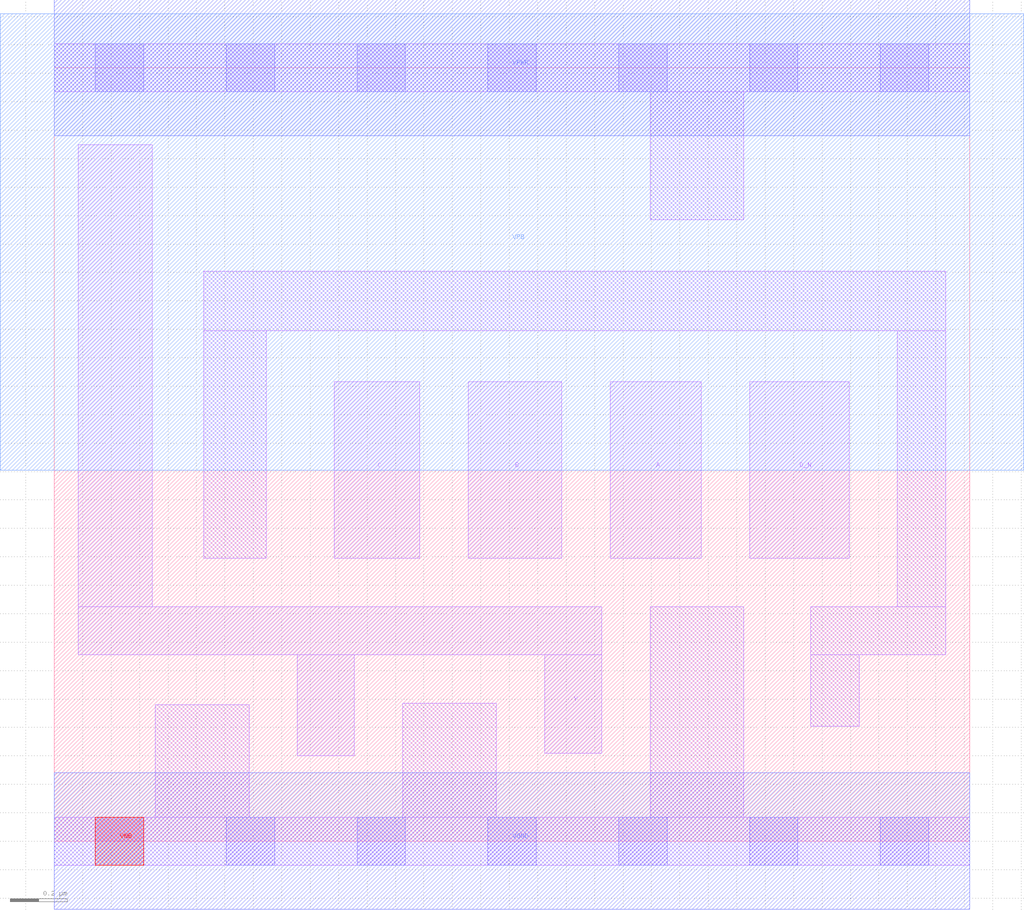
<source format=lef>
# Copyright 2020 The SkyWater PDK Authors
#
# Licensed under the Apache License, Version 2.0 (the "License");
# you may not use this file except in compliance with the License.
# You may obtain a copy of the License at
#
#     https://www.apache.org/licenses/LICENSE-2.0
#
# Unless required by applicable law or agreed to in writing, software
# distributed under the License is distributed on an "AS IS" BASIS,
# WITHOUT WARRANTIES OR CONDITIONS OF ANY KIND, either express or implied.
# See the License for the specific language governing permissions and
# limitations under the License.
#
# SPDX-License-Identifier: Apache-2.0

VERSION 5.7 ;
  NOWIREEXTENSIONATPIN ON ;
  DIVIDERCHAR "/" ;
  BUSBITCHARS "[]" ;
MACRO sky130_fd_sc_hd__nor4b_1
  CLASS CORE ;
  FOREIGN sky130_fd_sc_hd__nor4b_1 ;
  ORIGIN  0.000000  0.000000 ;
  SIZE  3.220000 BY  2.720000 ;
  SYMMETRY X Y R90 ;
  SITE unithd ;
  PIN A
    ANTENNAGATEAREA  0.247500 ;
    DIRECTION INPUT ;
    USE SIGNAL ;
    PORT
      LAYER li1 ;
        RECT 1.955000 0.995000 2.275000 1.615000 ;
    END
  END A
  PIN B
    ANTENNAGATEAREA  0.247500 ;
    DIRECTION INPUT ;
    USE SIGNAL ;
    PORT
      LAYER li1 ;
        RECT 1.455000 0.995000 1.785000 1.615000 ;
    END
  END B
  PIN C
    ANTENNAGATEAREA  0.247500 ;
    DIRECTION INPUT ;
    USE SIGNAL ;
    PORT
      LAYER li1 ;
        RECT 0.985000 0.995000 1.285000 1.615000 ;
    END
  END C
  PIN D_N
    ANTENNAGATEAREA  0.126000 ;
    DIRECTION INPUT ;
    USE SIGNAL ;
    PORT
      LAYER li1 ;
        RECT 2.445000 0.995000 2.795000 1.615000 ;
    END
  END D_N
  PIN VNB
    PORT
      LAYER pwell ;
        RECT 0.145000 -0.085000 0.315000 0.085000 ;
    END
  END VNB
  PIN VPB
    PORT
      LAYER nwell ;
        RECT -0.190000 1.305000 3.410000 2.910000 ;
    END
  END VPB
  PIN Y
    ANTENNADIFFAREA  0.871000 ;
    DIRECTION OUTPUT ;
    USE SIGNAL ;
    PORT
      LAYER li1 ;
        RECT 0.085000 0.655000 1.925000 0.825000 ;
        RECT 0.085000 0.825000 0.345000 2.450000 ;
        RECT 0.855000 0.300000 1.055000 0.655000 ;
        RECT 1.725000 0.310000 1.925000 0.655000 ;
    END
  END Y
  PIN VGND
    DIRECTION INOUT ;
    SHAPE ABUTMENT ;
    USE GROUND ;
    PORT
      LAYER met1 ;
        RECT 0.000000 -0.240000 3.220000 0.240000 ;
    END
  END VGND
  PIN VPWR
    DIRECTION INOUT ;
    SHAPE ABUTMENT ;
    USE POWER ;
    PORT
      LAYER met1 ;
        RECT 0.000000 2.480000 3.220000 2.960000 ;
    END
  END VPWR
  OBS
    LAYER li1 ;
      RECT 0.000000 -0.085000 3.220000 0.085000 ;
      RECT 0.000000  2.635000 3.220000 2.805000 ;
      RECT 0.355000  0.085000 0.685000 0.480000 ;
      RECT 0.525000  0.995000 0.745000 1.795000 ;
      RECT 0.525000  1.795000 3.135000 2.005000 ;
      RECT 1.225000  0.085000 1.555000 0.485000 ;
      RECT 2.095000  0.085000 2.425000 0.825000 ;
      RECT 2.095000  2.185000 2.425000 2.635000 ;
      RECT 2.660000  0.405000 2.830000 0.655000 ;
      RECT 2.660000  0.655000 3.135000 0.825000 ;
      RECT 2.965000  0.825000 3.135000 1.795000 ;
    LAYER mcon ;
      RECT 0.145000 -0.085000 0.315000 0.085000 ;
      RECT 0.145000  2.635000 0.315000 2.805000 ;
      RECT 0.605000 -0.085000 0.775000 0.085000 ;
      RECT 0.605000  2.635000 0.775000 2.805000 ;
      RECT 1.065000 -0.085000 1.235000 0.085000 ;
      RECT 1.065000  2.635000 1.235000 2.805000 ;
      RECT 1.525000 -0.085000 1.695000 0.085000 ;
      RECT 1.525000  2.635000 1.695000 2.805000 ;
      RECT 1.985000 -0.085000 2.155000 0.085000 ;
      RECT 1.985000  2.635000 2.155000 2.805000 ;
      RECT 2.445000 -0.085000 2.615000 0.085000 ;
      RECT 2.445000  2.635000 2.615000 2.805000 ;
      RECT 2.905000 -0.085000 3.075000 0.085000 ;
      RECT 2.905000  2.635000 3.075000 2.805000 ;
  END
END sky130_fd_sc_hd__nor4b_1
END LIBRARY

</source>
